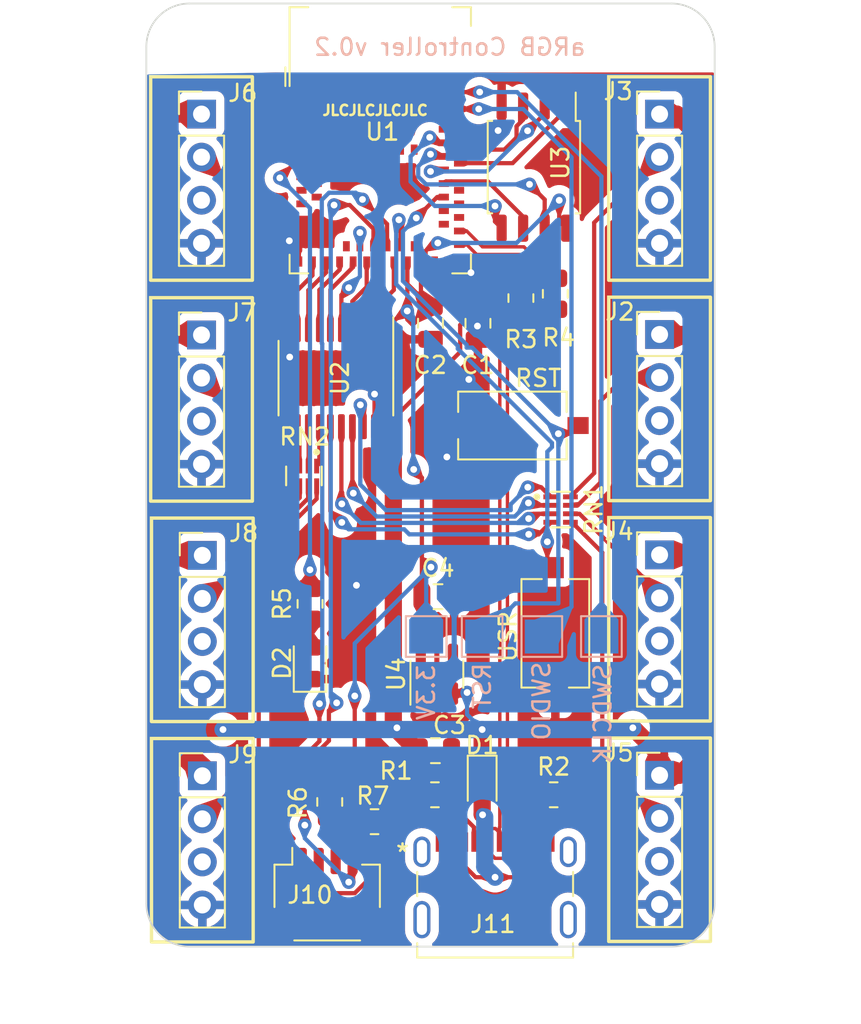
<source format=kicad_pcb>
(kicad_pcb (version 20221018) (generator pcbnew)
  (layers (0 "F.Cu" signal) (31 "B.Cu" signal) (34 "B.Paste" user) (35 "F.Paste" user) (36 "B.SilkS" user "B.Silkscreen") (37 "F.SilkS" user "F.Silkscreen") (38 "B.Mask" user) (39 "F.Mask" user) (44 "Edge.Cuts" user))
  (net 0 "")
  (net 1 "GND")
  (net 12 "SDA")
  (net 13 "SCL")
  (net 14 "QSPI_SCK")
  (net 15 "USER_BTN")
  (net 17 "5V")
  (net 18 "D-")
  (net 19 "D+")
  (net 20 "RESET")
  (net 23 "SWDIO")
  (net 25 "QSPI_DATA1")
  (net 26 "QSPI_CS")
  (net 27 "QSPI_DATA3")
  (net 28 "QSPI_DATA2")
  (net 29 "QSPI_DATA0")
  (net 32 "SWDCLK")
  (net 40 "LED")
  (net 41 "aRGB0")
  (net 42 "aRGB1")
  (net 43 "aRGB2")
  (net 44 "aRGB3")
  (net 45 "aRGB4")
  (net 46 "aRGB5")
  (net 47 "aRGB6")
  (net 48 "aRGB7")
  (net 49 "Net-(RN2-R4.1)")
  (net 50 "Net-(RN2-R3.1)")
  (net 51 "Net-(RN2-R2.1)")
  (net 52 "Net-(RN2-R1.1)")
  (net 53 "Net-(RN1-R4.1)")
  (net 54 "Net-(RN1-R3.1)")
  (net 55 "Net-(RN1-R2.1)")
  (net 56 "Net-(RN1-R1.1)")
  (net 57 "3.3V")
  (net 58 "aRGB_5V_1")
  (net 61 "aRGB_5V_0")
  (net 63 "aRGB_5V_2")
  (net 65 "aRGB_5V_3")
  (net 67 "aRGB_5V_4")
  (net 69 "aRGB_5V_5")
  (net 71 "aRGB_5V_6")
  (net 73 "aRGB_5V_7")
  (net 75 "Net-(D2-A)")
  (net 76 "Net-(J11-CC1)")
  (net 78 "Net-(J11-CC2)")
  (net 82 "DCCH")
  (net 87 "DP")
  (net 88 "DN")
  (net 89 "VBUS")
  (footprint "Connector_PinHeader_2.54mm:PinHeader_1x04_P2.54mm_Vertical" (layer "F.Cu") (at 122.634 57.322)
    (fp_text reference "J6")
    (fp_text value "aRGB Socket 4")
  )
  (footprint "Connector_PinHeader_2.54mm:PinHeader_1x04_P2.54mm_Vertical" (layer "F.Cu") (at 149.66 57.322)
    (fp_text reference "J3")
    (fp_text value "aRGB Socket 0")
  )
  (footprint "21717900001 USB C:2171790001" (layer "F.Cu") (at 139.958 103.5662)
    (fp_text reference "J11")
    (fp_text value "2171790001" hide)
  )
  (footprint "Connector_PinHeader_2.54mm:PinHeader_1x04_P2.54mm_Vertical" (layer "F.Cu") (at 149.66 70.322)
    (fp_text reference "J2")
    (fp_text value "aRGB Socket 1")
  )
  (footprint "Capacitor_SMD:C_0805_2012Metric" (layer "F.Cu") (at 136.586 85.788001)
    (fp_text reference "C4")
    (fp_text value "1uF")
  )
  (footprint "Resistor_SMD:R_0805_2012Metric" (layer "F.Cu") (at 129.038 86.2095 90)
    (fp_text reference "R5")
    (fp_text value "1K")
  )
  (footprint "Capacitor_SMD:C_0805_2012Metric" (layer "F.Cu") (at 136.4336 94.869)
    (fp_text reference "C3")
    (fp_text value "1uF")
  )
  (footprint "LED_SMD:LED_0805_2012Metric" (layer "F.Cu") (at 129.038 89.712 90)
    (fp_text reference "D2")
    (fp_text value "LED")
  )
  (footprint "Resistor_SMD:R_0805_2012Metric" (layer "F.Cu") (at 132.842 99.06 180)
    (fp_text reference "R7")
    (fp_text value "10K")
  )
  (footprint "Package_SO:TSSOP-20_4.4x6.5mm_P0.65mm" (layer "F.Cu") (at 130.562 72.898 -90)
    (fp_text reference "U2")
    (fp_text value "74AHCT245")
  )
  (footprint "Package_SO:SOIC-8_5.23x5.23mm_P1.27mm" (layer "F.Cu") (at 142.246 60.452 -90)
    (fp_text reference "U3")
    (fp_text value "GD25Q16C")
  )
  (footprint "Resistor_SMD:R_0805_2012Metric" (layer "F.Cu") (at 130.1985 97.8935 90)
    (fp_text reference "R6")
    (fp_text value "10K")
  )
  (footprint "Resistor_SMD:R_0805_2012Metric" (layer "F.Cu") (at 143.51 67.9215 -90)
    (fp_text reference "R4")
    (fp_text value "22")
  )
  (footprint "Resistor_SMD:R_0805_2012Metric" (layer "F.Cu") (at 141.478 68.1755 -90)
    (fp_text reference "R3")
    (fp_text value "22")
  )
  (footprint "Connector_PinHeader_2.54mm:PinHeader_1x04_P2.54mm_Vertical" (layer "F.Cu") (at 122.682 96.352)
    (fp_text reference "J9")
    (fp_text value "aRGB Socket 7")
  )
  (footprint "Capacitor_SMD:C_0805_2012Metric" (layer "F.Cu") (at 136.144 69.657 90)
    (fp_text reference "C2")
    (fp_text value "10uF")
  )
  (footprint "Connector_PinHeader_2.54mm:PinHeader_1x04_P2.54mm_Vertical" (layer "F.Cu") (at 149.66 96.322)
    (fp_text reference "J5")
    (fp_text value "aRGB Socket 3")
  )
  (footprint "Connector_PinHeader_2.54mm:PinHeader_1x04_P2.54mm_Vertical" (layer "F.Cu") (at 149.66 83.322)
    (fp_text reference "J4")
    (fp_text value "aRGB Socket 2")
  )
  (footprint "EXB-N8V300JX:RESCAV50P200X100X55-8N" (layer "F.Cu") (at 143.819 80.649)
    (fp_text reference "RN1")
    (fp_text value "100")
  )
  (footprint "RF_Module:Raytac_MDBT50Q" (layer "F.Cu") (at 133.18 58.868)
    (fp_text reference "U1")
    (fp_text value "MDBT50Q-1MV2")
  )
  (footprint "Diode_SMD:D_SOD-323" (layer "F.Cu") (at 139.192 96.774 -90)
    (fp_text reference "D1")
    (fp_text value "D_Schottky")
  )
  (footprint "Connector_JST:JST_SH_SM04B-SRSS-TB_1x04-1MP_P1.00mm_Horizontal" (layer "F.Cu") (at 130.048 103.378)
    (fp_text reference "J10")
    (fp_text value "Conn_01x04")
  )
  (footprint "Connector_PinHeader_2.54mm:PinHeader_1x04_P2.54mm_Vertical" (layer "F.Cu") (at 122.682 83.352)
    (fp_text reference "J8")
    (fp_text value "aRGB Socket 6")
  )
  (footprint "Resistor_SMD:R_0805_2012Metric" (layer "F.Cu") (at 143.4125 97.472001)
    (fp_text reference "R2")
    (fp_text value "5.1K")
  )
  (footprint "Button_Switch_SMD:SW_Tactile_SPST_NO_Straight_CK_PTS636Sx25SMTRLFS" (layer "F.Cu") (at 140.976 75.692)
    (fp_text reference "RST")
    (fp_text value "Reset switch")
  )
  (footprint "Package_TO_SOT_SMD:SOT-23-5" (layer "F.Cu") (at 136.52 90.360001 90)
    (fp_text reference "U4")
    (fp_text value "AP2112K-3.3")
  )
  (footprint "EXB-N8V300JX:RESCAV50P200X100X55-8N" (layer "F.Cu") (at 128.6764 78.6638 -90)
    (fp_text reference "RN2")
    (fp_text value "100")
  )
  (footprint "Button_Switch_SMD:SW_Tactile_SPST_NO_Straight_CK_PTS636Sx25SMTRLFS" (layer "F.Cu") (at 143.51 87.949 90)
    (fp_text reference "USR")
    (fp_text value "User Button")
  )
  (footprint "Resistor_SMD:R_0805_2012Metric" (layer "F.Cu") (at 136.404 97.472001)
    (fp_text reference "R1")
    (fp_text value "5.1K")
  )
  (footprint "Capacitor_SMD:C_0805_2012Metric" (layer "F.Cu") (at 138.944 69.662 90)
    (fp_text reference "C1")
    (fp_text value "10uF")
  )
  (footprint "Connector_PinHeader_2.54mm:PinHeader_1x04_P2.54mm_Vertical" (layer "F.Cu") (at 122.634 70.352)
    (fp_text reference "J7")
    (fp_text value "aRGB Socket 5")
  )
  (footprint "TestPoint:TestPoint_Pad_2.0x2.0mm" (layer "B.Cu") (at 139.192 88.138 90)
    (fp_text reference "RST")
    (fp_text value "TP RESET")
  )
  (footprint "TestPoint:TestPoint_Pad_2.0x2.0mm" (layer "B.Cu") (at 142.7099 88.138 90)
    (fp_text reference "SWDIO")
    (fp_text value "TP SWDIO")
  )
  (footprint "TestPoint:TestPoint_Pad_2.0x2.0mm" (layer "B.Cu") (at 135.89 88.138 180)
    (fp_text reference "3.3V")
    (fp_text value "TP 3.3V")
  )
  (footprint "TestPoint:TestPoint_Pad_2.0x2.0mm" (layer "B.Cu") (at 146.2278 88.138 90)
    (fp_text reference "SWDCLK")
    (fp_text value "TP SWDCLK")
  )
  (gr_rect (start 146.66 55.122) (end 152.66 67.122) (stroke (width 0.2)) (fill none) (layer "F.SilkS"))
  (gr_rect (start 146.66 94.122) (end 152.66 106.122) (stroke (width 0.2)) (fill none) (layer "F.SilkS"))
  (gr_rect (start 119.682 94.152) (end 125.682 106.152) (stroke (width 0.2)) (fill none) (layer "F.SilkS"))
  (gr_rect (start 119.634 68.152) (end 125.634 80.152) (stroke (width 0.2)) (fill none) (layer "F.SilkS"))
  (gr_rect (start 146.66 81.122) (end 152.66 93.122) (stroke (width 0.2)) (fill none) (layer "F.SilkS"))
  (gr_rect (start 119.634 55.122) (end 125.634 67.122) (stroke (width 0.2)) (fill none) (layer "F.SilkS"))
  (gr_rect (start 119.682 81.152) (end 125.682 93.152) (stroke (width 0.2)) (fill none) (layer "F.SilkS"))
  (gr_rect (start 146.66 68.122) (end 152.66 80.122) (stroke (width 0.2)) (fill none) (layer "F.SilkS"))
  (gr_arc (start 119.38 53.34) (mid 120.123949 51.543949) (end 121.92 50.8) (stroke (width 0.1)) (layer "Edge.Cuts"))
  (gr_line (start 152.908 53.34) (end 152.908 103.886) (stroke (width 0.1)) (layer "Edge.Cuts"))
  (gr_line (start 150.368 106.426) (end 121.92 106.426) (stroke (width 0.1)) (layer "Edge.Cuts"))
  (gr_line (start 119.38 103.886) (end 119.38 53.34) (stroke (width 0.1)) (layer "Edge.Cuts"))
  (gr_line (start 121.92 50.8) (end 150.368 50.8) (stroke (width 0.1)) (layer "Edge.Cuts"))
  (gr_arc (start 150.368 50.8) (mid 152.164051 51.543949) (end 152.908 53.34) (stroke (width 0.1)) (layer "Edge.Cuts"))
  (gr_arc (start 152.908 103.886) (mid 152.164051 105.682051) (end 150.368 106.426) (stroke (width 0.1)) (layer "Edge.Cuts"))
  (gr_arc locked (start 121.92 106.426) (mid 120.123949 105.682051) (end 119.38 103.886) (stroke (width 0.1)) (layer "Edge.Cuts"))
  (gr_text "aRGB Controller v0.2" (at 137.287 53.9496) (layer "B.SilkS") (effects (font (size 1 1) (thickness 0.15) bold) (justify bottom mirror)))
  (gr_text "JLCJLCJLCJLC" (at 129.6924 57.4548) (layer "F.SilkS") (effects (font (size 0.6 0.6) (thickness 0.15) bold) (justify left bottom)))
  (segment (start 136.757999 101.655199) (end 136.779 101.6762) (width 0.25) (layer "F.Cu") (net 1))
  (segment (start 137.3836 95.579901) (end 135.4915 97.472001) (width 0.25) (layer "F.Cu") (net 1))
  (segment (start 128.38 66.018) (end 128.38 65.3626) (width 0.25) (layer "F.Cu") (net 1))
  (segment (start 140.341 58.0838) (end 140.1318 58.293) (width 0.25) (layer "F.Cu") (net 1))
  (segment (start 132.837 75.7605) (end 132.837 77.2718) (width 0.25) (layer "F.Cu") (net 1))
  (segment (start 136.757999 100.263001) (end 136.757999 101.655199) (width 0.25) (layer "F.Cu") (net 1))
  (segment (start 137.3836 94.869) (end 137.3836 95.579901) (width 0.25) (layer "F.Cu") (net 1))
  (segment (start 132.8166 77.2922) (end 132.837 77.2718) (width 0.25) (layer "F.Cu") (net 1))
  (segment (start 138.944 70.612) (end 138.944 72.4348) (width 0.25) (layer "F.Cu") (net 1))
  (segment (start 143.1544 101.5492) (end 143.157999 101.545601) (width 0.25) (layer "F.Cu") (net 1))
  (segment (start 137.83 55.118) (end 136.271 55.118) (width 0.25) (layer "F.Cu") (net 1))
  (segment (start 136.144 55.245) (end 137.4648 55.245) (width 0.25) (layer "F.Cu") (net 1))
  (segment (start 140.341 56.852) (end 140.341 58.0838) (width 0.25) (layer "F.Cu") (net 1))
  (segment (start 127.637 66.761) (end 128.38 66.018) (width 0.25) (layer "F.Cu") (net 1))
  (segment (start 132.842 73.8378) (end 132.842 75.7555) (width 0.25) (layer "F.Cu") (net 1))
  (segment (start 138.944 69.856) (end 138.9126 69.8246) (width 0.25) (layer "F.Cu") (net 1))
  (segment (start 137.98 66.018) (end 137.98 66.1234) (width 0.25) (layer "F.Cu") (net 1))
  (segment (start 137.98 66.1234) (end 138.5316 66.675) (width 0.25) (layer "F.Cu") (net 1))
  (segment (start 132.842 75.7555) (end 132.837 75.7605) (width 0.25) (layer "F.Cu") (net 1))
  (segment (start 137.4648 55.245) (end 137.4902 55.2704) (width 0.25) (layer "F.Cu") (net 1))
  (segment (start 136.271 55.118) (end 136.144 55.245) (width 0.25) (layer "F.Cu") (net 1))
  (segment (start 138.944 70.612) (end 138.944 69.856) (width 0.25) (layer "F.Cu") (net 1))
  (segment (start 128.38 65.3626) (end 127.8128 64.7954) (width 0.25) (layer "F.Cu") (net 1))
  (segment (start 127.637 70.0355) (end 127.637 71.4539) (width 0.25) (layer "F.Cu") (net 1))
  (segment (start 127.637 71.4539) (end 127.8365 71.6534) (width 0.25) (layer "F.Cu") (net 1))
  (segment (start 143.157999 100.263001) (end 143.157999 101.545601) (width 0.25) (layer "F.Cu") (net 1))
  (segment (start 127.637 70.0355) (end 127.637 66.761) (width 0.25) (layer "F.Cu") (net 1))
  (segment (start 138.944 72.4348) (end 138.4046 72.9742) (width 0.25) (layer "F.Cu") (net 1))
  (via (at 140.1318 58.293) (size 0.8) (drill 0.4) (layers "F.Cu" "B.Cu") (net 1))
  (via (at 132.842 73.8378) (size 0.8) (drill 0.4) (layers "F.Cu" "B.Cu") (net 1))
  (via (at 138.9126 69.8246) (size 0.8) (drill 0.4) (layers "F.Cu" "B.Cu") (net 1))
  (via (at 131.7752 85.1154) (size 0.8) (drill 0.4) (layers "F.Cu" "B.Cu") (net 1))
  (via (at 127.8128 64.7954) (size 0.8) (drill 0.4) (layers "F.Cu" "B.Cu") (net 1))
  (via (at 138.5316 66.675) (size 0.8) (drill 0.4) (layers "F.Cu" "B.Cu") (net 1))
  (via (at 137.1092 77.5462) (size 0.8) (drill 0.4) (layers "F.Cu" "B.Cu") (net 1))
  (via (at 127.8365 71.6534) (size 0.8) (drill 0.4) (layers "F.Cu" "B.Cu") (net 1))
  (via (at 138.4046 72.9742) (size 0.8) (drill 0.4) (layers "F.Cu" "B.Cu") (net 1))
  (segment (start 136.4488 71.628) (end 136.8044 71.628) (width 0.25) (layer "B.Cu") (net 1))
  (segment (start 136.8044 71.628) (end 136.8552 71.6788) (width 0.25) (layer "B.Cu") (net 1))
  (segment (start 129.2465 95.1879) (end 130.1496 94.2848) (width 0.25) (layer "F.Cu") (net 12))
  (segment (start 130.548 99.1555) (end 130.1985 98.806) (width 0.25) (layer "F.Cu") (net 12))
  (segment (start 129.2465 97.854) (end 129.2465 95.1879) (width 0.25) (layer "F.Cu") (net 12))
  (segment (start 130.1985 98.806) (end 129.2465 97.854) (width 0.25) (layer "F.Cu") (net 12))
  (segment (start 131.378105 62.6872) (end 130.4544 62.6872) (width 0.25) (layer "F.Cu") (net 12))
  (segment (start 132.78 64.089095) (end 131.378105 62.6872) (width 0.25) (layer "F.Cu") (net 12))
  (segment (start 130.1496 94.2848) (end 130.1496 92.5068) (width 0.25) (layer "F.Cu") (net 12))
  (segment (start 130.1496 92.5068) (end 130.6068 92.0496) (width 0.25) (layer "F.Cu") (net 12))
  (segment (start 132.78 65.118) (end 132.78 64.089095) (width 0.25) (layer "F.Cu") (net 12))
  (segment (start 130.548 101.378) (end 130.548 99.1555) (width 0.25) (layer "F.Cu") (net 12))
  (via (at 130.6068 92.0496) (size 0.8) (drill 0.4) (layers "F.Cu" "B.Cu") (net 12))
  (via (at 130.4544 62.6872) (size 0.8) (drill 0.4) (layers "F.Cu" "B.Cu") (net 12))
  (segment (start 130.258553 62.883047) (end 130.258553 91.701353) (width 0.25) (layer "B.Cu") (net 12))
  (segment (start 130.4544 62.6872) (end 130.258553 62.883047) (width 0.25) (layer "B.Cu") (net 12))
  (segment (start 130.258553 91.701353) (end 130.6068 92.0496) (width 0.25) (layer "B.Cu") (net 12))
  (segment (start 128.7272 95.174041) (end 129.5908 94.310442) (width 0.25) (layer "F.Cu") (net 13))
  (segment (start 133.58 63.8062) (end 132.1308 62.357) (width 0.25) (layer "F.Cu") (net 13))
  (segment (start 131.548 102.3949) (end 131.318 102.6249) (width 0.25) (layer "F.Cu") (net 13))
  (segment (start 128.7272 99.2632) (end 128.7272 95.174041) (width 0.25) (layer "F.Cu") (net 13))
  (segment (start 131.548 101.378) (end 131.548 102.3949) (width 0.25) (layer "F.Cu") (net 13))
  (segment (start 129.5908 92.1004) (end 129.5908 94.310442) (width 0.25) (layer "F.Cu") (net 13))
  (segment (start 131.548 99.4415) (end 131.9295 99.06) (width 0.25) (layer "F.Cu") (net 13))
  (segment (start 131.548 101.378) (end 131.548 99.4415) (width 0.25) (layer "F.Cu") (net 13))
  (segment (start 133.58 65.118) (end 133.58 63.8062) (width 0.25) (layer "F.Cu") (net 13))
  (via (at 132.1308 62.357) (size 0.8) (drill 0.4) (layers "F.Cu" "B.Cu") (net 13))
  (via (at 129.5908 92.1004) (size 0.8) (drill 0.4) (layers "F.Cu" "B.Cu") (net 13))
  (via (at 131.318 102.6249) (size 0.8) (drill 0.4) (layers "F.Cu" "B.Cu") (net 13))
  (via (at 128.7272 99.2632) (size 0.8) (drill 0.4) (layers "F.Cu" "B.Cu") (net 13))
  (segment (start 131.736 61.9622) (end 132.1308 62.357) (width 0.25) (layer "B.Cu") (net 13))
  (segment (start 128.7272 100.0341) (end 128.7272 99.2632) (width 0.25) (layer "B.Cu") (net 13))
  (segment (start 129.5908 92.1004) (end 129.757 91.9342) (width 0.25) (layer "B.Cu") (net 13))
  (segment (start 129.7294 62.386895) (end 130.154095 61.9622) (width 0.25) (layer "B.Cu") (net 13))
  (segment (start 129.757 91.9342) (end 129.757 70.865247) (width 0.25) (layer "B.Cu") (net 13))
  (segment (start 131.318 102.6249) (end 128.7272 100.0341) (width 0.25) (layer "B.Cu") (net 13))
  (segment (start 129.7294 70.837647) (end 129.7294 62.386895) (width 0.25) (layer "B.Cu") (net 13))
  (segment (start 130.154095 61.9622) (end 131.736 61.9622) (width 0.25) (layer "B.Cu") (net 13))
  (segment (start 129.757 70.865247) (end 129.7294 70.837647) (width 0.25) (layer "B.Cu") (net 13))
  (segment (start 141.611 63.379) (end 141.611 64.052) (width 0.25) (layer "F.Cu") (net 14))
  (segment (start 136.93 61.418) (end 137.055 61.293) (width 0.25) (layer "F.Cu") (net 14))
  (segment (start 139.525 61.293) (end 141.611 63.379) (width 0.25) (layer "F.Cu") (net 14))
  (segment (start 137.055 61.293) (end 139.525 61.293) (width 0.25) (layer "F.Cu") (net 14))
  (segment (start 143.0363 83.6003) (end 143.51 84.074) (width 0.25) (layer "F.Cu") (net 15))
  (segment (start 134.38 63.658316) (end 134.277661 63.555977) (width 0.25) (layer "F.Cu") (net 15))
  (segment (start 143.0363 82.55) (end 143.0363 83.6003) (width 0.25) (layer "F.Cu") (net 15))
  (segment (start 134.38 65.118) (end 134.38 63.658316) (width 0.25) (layer "F.Cu") (net 15))
  (via (at 134.277661 63.555977) (size 0.8) (drill 0.4) (layers "F.Cu" "B.Cu") (net 15))
  (via (at 143.0363 82.55) (size 0.8) (drill 0.4) (layers "F.Cu" "B.Cu") (net 15))
  (segment (start 137.7526 71.161468) (end 143.3108 76.719668) (width 0.25) (layer "B.Cu") (net 15))
  (segment (start 143.3108 76.719668) (end 143.3108 76.962) (width 0.25) (layer "B.Cu") (net 15))
  (segment (start 134.1204 67.361532) (end 137.7526 70.993732) (width 0.25) (layer "B.Cu") (net 15))
  (segment (start 134.277661 63.555977) (end 134.1204 63.713238) (width 0.25) (layer "B.Cu") (net 15))
  (segment (start 137.7526 70.993732) (end 137.7526 71.161468) (width 0.25) (layer "B.Cu") (net 15))
  (segment (start 143.0363 77.2365) (end 143.0363 82.55) (width 0.25) (layer "B.Cu") (net 15))
  (segment (start 134.1204 63.713238) (end 134.1204 67.361532) (width 0.25) (layer "B.Cu") (net 15))
  (segment (start 143.3108 76.962) (end 143.0363 77.2365) (width 0.25) (layer "B.Cu") (net 15))
  (segment (start 133.487 75.7605) (end 137.894 71.3535) (width 0.25) (layer "F.Cu") (net 17))
  (segment (start 135.048901 91.497501) (end 133.95 90.3986) (width 0.25) (layer "F.Cu") (net 17))
  (segment (start 149.66 96.322) (end 149.66 95.1008) (width 1.016) (layer "F.Cu") (net 17))
  (segment (start 151.9428 69.6722) (end 151.9428 82.931) (width 1.016) (layer "F.Cu") (net 17))
  (segment (start 120.5484 57.785) (end 120.5484 69.6468) (width 1.016) (layer "F.Cu") (net 17))
  (segment (start 137.18 66.948) (end 137.18 66.018) (width 0.25) (layer "F.Cu") (net 17))
  (segment (start 121.7676 95.4376) (end 122.682 96.352) (width 1.016) (layer "F.Cu") (net 17))
  (segment (start 150.82 96.322) (end 149.66 96.322) (width 1.016) (layer "F.Cu") (net 17))
  (segment (start 137.894 69.762) (end 138.944 68.712) (width 0.25) (layer "F.Cu") (net 17))
  (segment (start 121.2536 70.352) (end 120.5484 69.6468) (width 1.016) (layer "F.Cu") (net 17))
  (segment (start 121.7676 93.6244) (end 120.3452 92.202) (width 1.016) (layer "F.Cu") (net 17))
  (segment (start 135.57 91.497501) (end 135.048901 91.497501) (width 0.25) (layer "F.Cu") (net 17))
  (segment (start 133.95 75.9655) (end 133.95 90.3986) (width 1.016) (layer "F.Cu") (net 17))
  (segment (start 149.66 83.322) (end 151.5518 83.322) (width 1.016) (layer "F.Cu") (net 17))
  (segment (start 137.894 71.3535) (end 137.894 69.762) (width 0.25) (layer "F.Cu") (net 17))
  (segment (start 151.9428 58.5978) (end 151.9428 69.6722) (width 1.016) (layer "F.Cu") (net 17))
  (segment (start 138.944 68.712) (end 137.18 66.948) (width 0.25) (layer "F.Cu") (net 17))
  (segment (start 149.66 57.322) (end 150.667 57.322) (width 1.016) (layer "F.Cu") (net 17))
  (segment (start 135.382 94.869) (end 134.0866 93.5736) (width 1.016) (layer "F.Cu") (net 17))
  (segment (start 122.634 57.322) (end 121.0114 57.322) (width 1.016) (layer "F.Cu") (net 17))
  (segment (start 149.66 70.322) (end 151.293 70.322) (width 1.016) (layer "F.Cu") (net 17))
  (segment (start 138.245499 91.497501) (end 138.303 91.44) (width 0.25) (layer "F.Cu") (net 17))
  (segment (start 122.682 83.352) (end 120.7408 83.352) (width 1.016) (layer "F.Cu") (net 17))
  (segment (start 123.9012 93.6244) (end 121.7676 93.6244) (width 1.016) (layer "F.Cu") (net 17))
  (segment (start 120.5484 69.6468) (end 120.5484 83.1596) (width 1.016) (layer "F.Cu") (net 17))
  (segment (start 149.66 95.1008) (end 148.082 93.5228) (width 1.016) (layer "F.Cu") (net 17))
  (segment (start 122.634 70.352) (end 121.2536 70.352) (width 1.016) (layer "F.Cu") (net 17))
  (segment (start 151.5518 83.322) (end 151.9428 82.931) (width 1.016) (layer "F.Cu") (net 17))
  (segment (start 121.0114 57.322) (end 120.5484 57.785) (width 1.016) (layer "F.Cu") (net 17))
  (segment (start 150.667 57.322) (end 151.9428 58.5978) (width 1.016) (layer "F.Cu") (net 17))
  (segment (start 121.7676 93.6244) (end 121.7676 95.4376) (width 1.016) (layer "F.Cu") (net 17))
  (segment (start 139.192 95.724) (end 139.192 93.7006) (width 1.016) (layer "F.Cu") (net 17))
  (segment (start 133.745 75.7605) (end 133.95 75.9655) (width 1.016) (layer "F.Cu") (net 17))
  (segment (start 133.95 93.31) (end 134.1628 93.5228) (width 1.016) (layer "F.Cu") (net 17))
  (segment (start 120.7408 83.352) (end 120.5484 83.1596) (width 1.016) (layer "F.Cu") (net 17))
  (segment (start 151.9428 82.931) (end 151.9428 95.1992) (width 1.016) (layer "F.Cu") (net 17))
  (segment (start 135.4836 94.869) (end 135.382 94.869) (width 1.016) (layer "F.Cu") (net 17))
  (segment (start 137.47 91.497501) (end 138.245499 91.497501) (width 0.25) (layer "F.Cu") (net 17))
  (segment (start 151.293 70.322) (end 151.9428 69.6722) (width 1.016) (layer "F.Cu") (net 17))
  (segment (start 120.3452 83.7476) (end 120.7408 83.352) (width 1.016) (layer "F.Cu") (net 17))
  (segment (start 151.9428 95.1992) (end 150.82 96.322) (width 1.016) (layer "F.Cu") (net 17))
  (segment (start 120.3452 92.202) (end 120.3452 83.7476) (width 1.016) (layer "F.Cu") (net 17))
  (segment (start 133.95 90.3986) (end 133.95 93.31) (width 1.016) (layer "F.Cu") (net 17))
  (via (at 148.082 93.5228) (size 0.8) (drill 0.4) (layers "F.Cu" "B.Cu") (net 17))
  (via (at 138.303 91.44) (size 0.8) (drill 0.4) (layers "F.Cu" "B.Cu") (net 17))
  (via (at 139.192 93.6244) (size 0.8) (drill 0.4) (layers "F.Cu" "B.Cu") (net 17))
  (via (at 123.9012 93.6244) (size 0.8) (drill 0.4) (layers "F.Cu" "B.Cu") (net 17))
  (via (at 134.1628 93.5228) (size 0.8) (drill 0.4) (layers "F.Cu" "B.Cu") (net 17))
  (segment (start 138.303 91.44) (end 138.303 92.7354) (width 0.25) (layer "B.Cu") (net 17))
  (segment (start 139.192 93.6244) (end 123.9012 93.6244) (width 1.016) (layer "B.Cu") (net 17))
  (segment (start 148.082 93.5228) (end 147.9804 93.6244) (width 1.016) (layer "B.Cu") (net 17))
  (segment (start 138.303 92.7354) (end 139.192 93.6244) (width 0.25) (layer "B.Cu") (net 17))
  (segment (start 147.9804 93.6244) (end 139.192 93.6244) (width 1.016) (layer "B.Cu") (net 17))
  (segment (start 141.466584 65.601981) (end 138.863982 65.601981) (width 0.2) (layer "F.Cu") (net 18))
  (segment (start 141.478 67.263) (end 141.478 65.613397) (width 0.2) (layer "F.Cu") (net 18))
  (segment (start 138.863982 65.601981) (end 138.280001 65.018) (width 0.2) (layer "F.Cu") (net 18))
  (segment (start 138.280001 65.018) (end 137.83 65.018) (width 0.2) (layer "F.Cu") (net 18))
  (segment (start 141.478 65.613397) (end 141.466584 65.601981) (width 0.2) (layer "F.Cu") (net 18))
  (segment (start 139.214001 65.152) (end 138.280001 64.218) (width 0.2) (layer "F.Cu") (net 19))
  (segment (start 141.653 65.152) (end 139.214001 65.152) (width 0.2) (layer "F.Cu") (net 19))
  (segment (start 138.280001 64.218) (end 137.83 64.218) (width 0.2) (layer "F.Cu") (net 19))
  (segment (start 143.51 67.009) (end 141.653 65.152) (width 0.2) (layer "F.Cu") (net 19))
  (segment (start 136.93 62.218) (end 136.537 62.218) (width 0.25) (layer "F.Cu") (net 20))
  (segment (start 143.6878 76.1746) (end 144.3684 76.1746) (width 0.25) (layer "F.Cu") (net 20))
  (segment (start 136.537 62.218) (end 135.3058 63.4492) (width 0.25) (layer "F.Cu") (net 20))
  (segment (start 144.3684 76.1746) (end 144.851 75.692) (width 0.25) (layer "F.Cu") (net 20))
  (via (at 143.6878 76.1746) (size 0.8) (drill 0.4) (layers "F.Cu" "B.Cu") (net 20))
  (via (at 135.3058 63.4492) (size 0.8) (drill 0.4) (layers "F.Cu" "B.Cu") (net 20))
  (segment (start 138.2776 70.932895) (end 134.5184 67.173695) (width 0.25) (layer "B.Cu") (net 20))
  (segment (start 134.5184 67.173695) (end 134.5184 64.2366) (width 0.25) (layer "B.Cu") (net 20))
  (segment (start 138.6078 71.0946) (end 138.2776 71.0946) (width 0.25) (layer "B.Cu") (net 20))
  (segment (start 141.1478 86.1822) (end 143.6878 86.1822) (width 0.25) (layer "B.Cu") (net 20))
  (segment (start 143.6878 86.1822) (end 143.6878 76.1746) (width 0.25) (layer "B.Cu") (net 20))
  (segment (start 143.6878 76.1746) (end 138.6078 71.0946) (width 0.25) (layer "B.Cu") (net 20))
  (segment (start 139.192 88.138) (end 141.1478 86.1822) (width 0.25) (layer "B.Cu") (net 20))
  (segment (start 134.5184 64.2366) (end 135.3058 63.4492) (width 0.25) (layer "B.Cu") (net 20))
  (segment (start 138.2776 71.0946) (end 138.2776 70.932895) (width 0.25) (layer "B.Cu") (net 20))
  (segment (start 138.9888 57.023) (end 137.835 57.023) (width 0.25) (layer "F.Cu") (net 23))
  (segment (start 137.835 57.023) (end 137.83 57.018) (width 0.25) (layer "F.Cu") (net 23))
  (via (at 138.9888 57.023) (size 0.8) (drill 0.4) (layers "F.Cu" "B.Cu") (net 23))
  (segment (start 142.7099 88.138) (end 144.4636 86.3843) (width 0.25) (layer "B.Cu") (net 23))
  (segment (start 144.4636 59.872294) (end 141.614306 57.023) (width 0.25) (layer "B.Cu") (net 23))
  (segment (start 144.4636 86.3843) (end 144.4636 59.872294) (width 0.25) (layer "B.Cu") (net 23))
  (segment (start 141.614306 57.023) (end 138.9888 57.023) (width 0.25) (layer "B.Cu") (net 23))
  (segment (start 136.93 60.618) (end 136.232 60.618) (width 0.25) (layer "F.Cu") (net 25))
  (segment (start 136.232 60.618) (end 136.144 60.706) (width 0.25) (layer "F.Cu") (net 25))
  (segment (start 142.881 57.299153) (end 142.881 56.852) (width 0.25) (layer "F.Cu") (net 25))
  (segment (start 141.873077 58.307076) (end 142.881 57.299153) (width 0.25) (layer "F.Cu") (net 25))
  (via (at 141.873077 58.307076) (size 0.8) (drill 0.4) (layers "F.Cu" "B.Cu") (net 25))
  (via (at 136.144 60.706) (size 0.8) (drill 0.4) (layers "F.Cu" "B.Cu") (net 25))
  (segment (start 139.474153 60.706) (end 141.873077 58.307076) (width 0.25) (layer "B.Cu") (net 25))
  (segment (start 136.144 60.706) (end 139.474153 60.706) (width 0.25) (layer "B.Cu") (net 25))
  (segment (start 140.986751 60.218) (end 137.83 60.218) (width 0.25) (layer "F.Cu") (net 26))
  (segment (start 144.151 56.852) (end 144.151 57.053751) (width 0.25) (layer "F.Cu") (net 26))
  (segment (start 144.151 57.053751) (end 140.986751 60.218) (width 0.25) (layer "F.Cu") (net 26))
  (segment (start 141.986 61.468) (end 142.881 62.363) (width 0.25) (layer "F.Cu") (net 27))
  (segment (start 142.881 62.363) (end 142.881 64.052) (width 0.25) (layer "F.Cu") (net 27))
  (segment (start 136.93 59.818) (end 136.272 59.818) (width 0.25) (layer "F.Cu") (net 27))
  (segment (start 136.272 59.818) (end 136.144 59.69) (width 0.25) (layer "F.Cu") (net 27))
  (via (at 136.144 59.69) (size 0.8) (drill 0.4) (layers "F.Cu" "B.Cu") (net 27))
  (via (at 141.986 61.468) (size 0.8) (drill 0.4) (layers "F.Cu" "B.Cu") (net 27))
  (segment (start 136.144 59.69) (end 136.134695 59.69) (width 0.25) (layer "B.Cu") (net 27))
  (segment (start 135.880695 61.468) (end 141.986 61.468) (width 0.25) (layer "B.Cu") (net 27))
  (segment (start 136.134695 59.69) (end 135.419 60.405695) (width 0.25) (layer "B.Cu") (net 27))
  (segment (start 135.419 61.006305) (end 135.880695 61.468) (width 0.25) (layer "B.Cu") (net 27))
  (segment (start 135.419 60.405695) (end 135.419 61.006305) (width 0.25) (layer "B.Cu") (net 27))
  (segment (start 141.221077 58.037008) (end 141.221077 58.645677) (width 0.25) (layer "F.Cu") (net 28))
  (segment (start 141.611 57.647085) (end 141.221077 58.037008) (width 0.25) (layer "F.Cu") (net 28))
  (segment (start 141.221077 58.645677) (end 141.2494 58.674) (width 0.25) (layer "F.Cu") (net 28))
  (segment (start 141.2494 58.674) (end 140.5054 59.418) (width 0.25) (layer "F.Cu") (net 28))
  (segment (start 140.5054 59.418) (end 137.83 59.418) (width 0.25) (layer "F.Cu") (net 28))
  (segment (start 141.611 56.852) (end 141.611 57.647085) (width 0.25) (layer "F.Cu") (net 28))
  (segment (start 139.949701 63.660701) (end 140.341 64.052) (width 0.25) (layer "F.Cu") (net 29))
  (segment (start 136.93 59.018) (end 136.42296 59.018) (width 0.25) (layer "F.Cu") (net 29))
  (segment (start 136.42296 59.018) (end 136.096585 58.691625) (width 0.25) (layer "F.Cu") (net 29))
  (segment (start 139.949701 62.742299) (end 139.949701 63.660701) (width 0.25) (layer "F.Cu") (net 29))
  (via (at 136.096585 58.691625) (size 0.8) (drill 0.4) (layers "F.Cu" "B.Cu") (net 29))
  (via (at 139.949701 62.742299) (size 0.8) (drill 0.4) (layers "F.Cu" "B.Cu") (net 29))
  (segment (start 136.402299 62.742299) (end 139.949701 62.742299) (width 0.25) (layer "B.Cu") (net 29))
  (segment (start 134.969 59.81921) (end 134.969 61.309) (width 0.25) (layer "B.Cu") (net 29))
  (segment (start 136.096585 58.691625) (end 134.969 59.81921) (width 0.25) (layer "B.Cu") (net 29))
  (segment (start 134.969 61.309) (end 136.402299 62.742299) (width 0.25) (layer "B.Cu") (net 29))
  (segment (start 138.022874 56.025126) (end 137.83 56.218) (width 0.25) (layer "F.Cu") (net 32))
  (segment (start 139.045821 56.025126) (end 138.022874 56.025126) (width 0.25) (layer "F.Cu") (net 32))
  (via (at 139.045821 56.025126) (size 0.8) (drill 0.4) (layers "F.Cu" "B.Cu") (net 32))
  (segment (start 146.2278 61.000098) (end 141.252828 56.025126) (width 0.25) (layer "B.Cu") (net 32))
  (segment (start 141.252828 56.025126) (end 139.045821 56.025126) (width 0.25) (layer "B.Cu") (net 32))
  (segment (start 146.2278 88.138) (end 146.2278 61.000098) (width 0.25) (layer "B.Cu") (net 32))
  (segment (start 129.038 84.207) (end 129.032 84.201) (width 0.25) (layer "F.Cu") (net 40))
  (segment (start 127.254 61.087) (end 128.123 60.218) (width 0.25) (layer "F.Cu") (net 40))
  (segment (start 129.038 85.297) (end 129.038 84.207) (width 0.25) (layer "F.Cu") (net 40))
  (segment (start 128.123 60.218) (end 128.53 60.218) (width 0.25) (layer "F.Cu") (net 40))
  (via (at 127.254 61.087) (size 0.8) (drill 0.4) (layers "F.Cu" "B.Cu") (net 40))
  (via (at 129.032 84.201) (size 0.8) (drill 0.4) (layers "F.Cu" "B.Cu") (net 40))
  (segment (start 129.032 62.865) (end 127.254 61.087) (width 0.25) (layer "B.Cu") (net 40))
  (segment (start 129.032 84.201) (end 129.032 62.865) (width 0.25) (layer "B.Cu") (net 40))
  (segment (start 132.837 68.839) (end 132.837 70.0355) (width 0.25) (layer "F.Cu") (net 41))
  (segment (start 133.98 66.018) (end 133.98 67.696) (width 0.25) (layer "F.Cu") (net 41))
  (segment (start 133.98 67.696) (end 132.837 68.839) (width 0.25) (layer "F.Cu") (net 41))
  (segment (start 133.18 67.734) (end 132.187 68.727) (width 0.25) (layer "F.Cu") (net 42))
  (segment (start 133.18 66.018) (end 133.18 67.734) (width 0.25) (layer "F.Cu") (net 42))
  (segment (start 132.187 68.727) (end 132.187 70.0355) (width 0.25) (layer "F.Cu") (net 42))
  (segment (start 132.38 67.518) (end 131.537 68.361) (width 0.25) (layer "F.Cu") (net 43))
  (segment (start 132.38 66.018) (end 132.38 67.518) (width 0.25) (layer "F.Cu") (net 43))
  (segment (start 131.537 68.361) (end 131.537 70.0355) (width 0.25) (layer "F.Cu") (net 43))
  (segment (start 131.98 65.118) (end 131.98 64.3144) (width 0.25) (layer "F.Cu") (net 44))
  (segment (start 130.887 67.995) (end 130.887 70.0355) (width 0.25) (layer "F.Cu") (net 44))
  (segment (start 131.98 64.3144) (end 131.9784 64.3128) (width 0.25) (layer "F.Cu") (net 44))
  (segment (start 131.318 67.564) (end 130.887 67.995) (width 0.25) (layer "F.Cu") (net 44))
  (via (at 131.318 67.564) (size 0.8) (drill 0.4) (layers "F.Cu" "B.Cu") (net 44))
  (via (at 131.9784 64.3128) (size 0.8) (drill 0.4) (layers "F.Cu" "B.Cu") (net 44))
  (segment (start 131.9784 66.9036) (end 131.318 67.564) (width 0.25) (layer "B.Cu") (net 44))
  (segment (start 131.9784 64.3128) (end 131.9784 66.9036) (width 0.25) (layer "B.Cu") (net 44))
  (segment (start 128.287 67.7248) (end 129.18 66.8318) (width 0.25) (layer "F.Cu") (net 45))
  (segment (start 128.287 67.7248) (end 128.287 70.0355) (width 0.25) (layer "F.Cu") (net 45))
  (segment (start 129.18 66.018) (end 129.18 66.8318) (width 0.25) (layer "F.Cu") (net 45))
  (segment (start 129.98 66.668196) (end 128.937 67.711196) (width 0.25) (layer "F.Cu") (net 46))
  (segment (start 129.98 66.018) (end 129.98 66.668196) (width 0.25) (layer "F.Cu") (net 46))
  (segment (start 128.937 67.711196) (end 128.937 70.0355) (width 0.25) (layer "F.Cu") (net 46))
  (segment (start 129.587 67.697592) (end 129.587 70.0355) (width 0.25) (layer "F.Cu") (net 47))
  (segment (start 130.78 66.504592) (end 129.587 67.697592) (width 0.25) (layer "F.Cu") (net 47))
  (segment (start 130.78 66.018) (end 130.78 66.504592) (width 0.25) (layer "F.Cu") (net 47))
  (segment (start 131.58 66.018) (end 131.58 66.340988) (width 0.25) (layer "F.Cu") (net 48))
  (segment (start 130.237 67.683988) (end 130.237 70.0355) (width 0.25) (layer "F.Cu") (net 48))
  (segment (start 131.58 66.340988) (end 130.237 67.683988) (width 0.25) (layer "F.Cu") (net 48))
  (segment (start 127.637 77.7944) (end 127.637 75.7605) (width 0.25) (layer "F.Cu") (net 49))
  (segment (start 127.9264 78.0838) (end 127.637 77.7944) (width 0.25) (layer "F.Cu") (net 49))
  (segment (start 128.4264 78.0838) (end 128.412 78.0694) (width 0.25) (layer "F.Cu") (net 50))
  (segment (start 128.412 75.8855) (end 128.287 75.7605) (width 0.25) (layer "F.Cu") (net 50))
  (segment (start 128.412 78.0694) (end 128.412 75.8855) (width 0.25) (layer "F.Cu") (net 50))
  (segment (start 128.9564 75.7799) (end 128.9564 78.0538) (width 0.25) (layer "F.Cu") (net 51))
  (segment (start 128.937 75.7605) (end 128.9564 75.7799) (width 0.25) (layer "F.Cu") (net 51))
  (segment (start 128.9564 78.0538) (end 128.9264 78.0838) (width 0.25) (layer "F.Cu") (net 51))
  (segment (start 129.587 77.9232) (end 129.587 75.7605) (width 0.25) (layer "F.Cu") (net 52))
  (segment (start 129.4264 78.0838) (end 129.587 77.9232) (width 0.25) (layer "F.Cu") (net 52))
  (segment (start 142.527496 82.110504) (end 143.239 81.399) (width 0.25) (layer "F.Cu") (net 53))
  (segment (start 130.237 80.733947) (end 130.910053 81.407) (width 0.25) (layer "F.Cu") (net 53))
  (segment (start 141.938669 82.110504) (end 142.527496 82.110504) (width 0.25) (layer "F.Cu") (net 53))
  (segment (start 130.237 75.7605) (end 130.237 80.733947) (width 0.25) (layer "F.Cu") (net 53))
  (via (at 130.910053 81.407) (size 0.8) (drill 0.4) (layers "F.Cu" "B.Cu") (net 53))
  (via (at 141.938669 82.110504) (size 0.8) (drill 0.4) (layers "F.Cu" "B.Cu") (net 53))
  (segment (start 134.5946 81.8134) (end 134.891704 82.110504) (width 0.25) (layer "B.Cu") (net 53))
  (segment (start 131.316453 81.8134) (end 134.5946 81.8134) (width 0.25) (layer "B.Cu") (net 53))
  (segment (start 130.910053 81.407) (end 131.316453 81.8134) (width 0.25) (layer "B.Cu") (net 53))
  (segment (start 134.891704 82.110504) (end 141.938669 82.110504) (width 0.25) (layer "B.Cu") (net 53))
  (segment (start 130.887 80.2902) (end 130.9116 80.3148) (width 0.25) (layer "F.Cu") (net 54))
  (segment (start 142.218942 80.899) (end 143.239 80.899) (width 0.25) (layer "F.Cu") (net 54))
  (segment (start 130.887 75.7605) (end 130.887 80.2902) (width 0.25) (layer "F.Cu") (net 54))
  (segment (start 141.933929 81.184013) (end 142.218942 80.899) (width 0.25) (layer "F.Cu") (net 54))
  (via (at 141.933929 81.184013) (size 0.8) (drill 0.4) (layers "F.Cu" "B.Cu") (net 54))
  (via (at 130.9116 80.3148) (size 0.8) (drill 0.4) (layers "F.Cu" "B.Cu") (net 54))
  (segment (start 141.681542 81.4364) (end 141.933929 81.184013) (width 0.25) (layer "B.Cu") (net 54))
  (segment (start 132.0332 81.4364) (end 141.681542 81.4364) (width 0.25) (layer "B.Cu") (net 54))
  (segment (start 130.9116 80.3148) (end 132.0332 81.4364) (width 0.25) (layer "B.Cu") (net 54))
  (segment (start 142.062478 80.399) (end 143.239 80.399) (width 0.25) (layer "F.Cu") (net 55))
  (segment (start 131.537 75.7605) (end 131.537 79.630742) (width 0.25) (layer "F.Cu") (net 55))
  (segment (start 141.921078 80.2576) (end 142.062478 80.399) (width 0.25) (layer "F.Cu") (net 55))
  (segment (start 131.537 79.630742) (end 131.589413 79.683155) (width 0.25) (layer "F.Cu") (net 55))
  (via (at 131.589413 79.683155) (size 0.8) (drill 0.4) (layers "F.Cu" "B.Cu") (net 55))
  (via (at 141.921078 80.2576) (size 0.8) (drill 0.4) (layers "F.Cu" "B.Cu") (net 55))
  (segment (start 141.119278 81.0594) (end 141.921078 80.2576) (width 0.25) (layer "B.Cu") (net 55))
  (segment (start 140.6398 81.0594) (end 141.119278 81.0594) (width 0.25) (layer "B.Cu") (net 55))
  (segment (start 132.965658 81.0594) (end 140.716 81.0594) (width 0.25) (layer "B.Cu") (net 55))
  (segment (start 140.716 81.0594) (end 140.6398 81.0594) (width 0.25) (layer "B.Cu") (net 55))
  (segment (start 131.589413 79.683155) (end 132.965658 81.0594) (width 0.25) (layer "B.Cu") (net 55))
  (segment (start 132.187 75.7605) (end 132.187 74.656) (width 0.25) (layer "F.Cu") (net 56))
  (segment (start 141.883683 79.331852) (end 142.671852 79.331852) (width 0.25) (layer "F.Cu") (net 56))
  (segment (start 132.187 74.656) (end 132.0038 74.4728) (width 0.25) (layer "F.Cu") (net 56))
  (segment (start 142.671852 79.331852) (end 143.239 79.899) (width 0.25) (layer "F.Cu") (net 56))
  (via (at 132.0038 74.4728) (size 0.8) (drill 0.4) (layers "F.Cu" "B.Cu") (net 56))
  (via (at 141.883683 79.331852) (size 0.8) (drill 0.4) (layers "F.Cu" "B.Cu") (net 56))
  (segment (start 140.872159 80.6824) (end 140.872159 80.343376) (width 0.25) (layer "B.Cu") (net 56))
  (segment (start 140.872159 80.343376) (end 141.883683 79.331852) (width 0.25) (layer "B.Cu") (net 56))
  (segment (start 132.0038 79.175474) (end 133.510726 80.6824) (width 0.25) (layer "B.Cu") (net 56))
  (segment (start 133.510726 80.6824) (end 140.872159 80.6824) (width 0.25) (layer "B.Cu") (net 56))
  (segment (start 132.0038 74.4728) (end 132.0038 79.175474) (width 0.25) (layer "B.Cu") (net 56))
  (segment (start 135.094 69.757) (end 134.78 69.443) (width 0.25) (layer "F.Cu") (net 57))
  (segment (start 136.3256 64.9224) (end 136.5758 64.9224) (width 0.25) (layer "F.Cu") (net 57))
  (segment (start 135.636 83.5152) (end 135.636 85.788001) (width 0.25) (layer "F.Cu") (net 57))
  (segment (start 131.6755 96.981) (end 130.1985 96.981) (width 0.25) (layer "F.Cu") (net 57))
  (segment (start 132.6388 101.630714) (end 132.6388 102.3112) (width 0.25) (layer "F.Cu") (net 57))
  (segment (start 133.7545 100.515014) (end 132.6388 101.630714) (width 0.25) (layer "F.Cu") (net 57))
  (segment (start 131.6736 103.2764) (end 130.0988 103.2764) (width 0.25) (layer "F.Cu") (net 57))
  (segment (start 135.58 68.27) (end 135.58 66.018) (width 0.25) (layer "F.Cu") (net 57))
  (segment (start 135.636 89.156501) (end 135.636 85.788001) (width 0.25) (layer "F.Cu") (net 57))
  (segment (start 136.144 68.707) (end 134.78 67.343) (width 0.25) (layer "F.Cu") (net 57))
  (segment (start 135.855 65.743) (end 135.855 65.393) (width 0.25) (layer "F.Cu") (net 57))
  (segment (start 135.58 66.018) (end 135.855 65.743) (width 0.25) (layer "F.Cu") (net 57))
  (segment (start 135.636 78.7654) (end 135.636 83.5152) (width 0.25) (layer "F.Cu") (net 57))
  (segment (start 133.7545 100.515014) (end 133.7545 99.06) (width 0.25) (layer "F.Cu") (net 57))
  (segment (start 130.1985 96.981) (end 130.3998 96.981) (width 0.25) (layer "F.Cu") (net 57))
  (segment (start 134.78 67.343) (end 134.78 66.018) (width 0.25) (layer "F.Cu") (net 57))
  (segment (start 134.78 68.7425) (end 134.78 66.58) (width 0.25) (layer "F.Cu") (net 57))
  (segment (start 132.6388 102.3112) (end 131.6736 103.2764) (width 0.25) (layer "F.Cu") (net 57))
  (segment (start 136.1694 84.0486) (end 135.636 83.5152) (width 0.25) (layer "F.Cu") (net 57))
  (segment (start 130.3998 96.981) (end 131.6736 95.7072) (width 0.25) (layer "F.Cu") (net 57))
  (segment (start 130.0988 103.2764) (end 129.548 102.7256) (width 0.25) (layer "F.Cu") (net 57))
  (segment (start 133.487 70.0355) (end 134.78 68.7425) (width 0.25) (layer "F.Cu") (net 57))
  (segment (start 133.7545 99.06) (end 131.6755 96.981) (width 0.25) (layer "F.Cu") (net 57))
  (segment (start 135.855 65.393) (end 136.3256 64.9224) (width 0.25) (layer "F.Cu") (net 57))
  (segment (start 136.144 68.834) (end 135.58 68.27) (width 0.25) (layer "F.Cu") (net 57))
  (segment (start 134.78 69.443) (end 134.78 68.7425) (width 0.25) (layer "F.Cu") (net 57))
  (segment (start 135.1534 78.2828) (end 135.636 78.7654) (width 0.25) (layer "F.Cu") (net 57))
  (segment (start 143.7386 63.6396) (end 144.151 64.052) (width 0.25) (layer "F.Cu") (net 57))
  (segment (start 129.548 102.7256) (end 129.548 101.378) (width 0.25) (layer "F.Cu") (net 57))
  (segment (start 136.144 68.707) (end 136.144 68.834) (width 0.25) (layer "F.Cu") (net 57))
  (segment (start 135.57 89.222501) (end 135.636 89.156501) (width 0.25) (layer "F.Cu") (net 57))
  (segment (start 131.6736 95.7072) (end 131.6736 91.6432) (width 0.25) (layer "F.Cu") (net 57))
  (segment (start 136.144 68.707) (end 135.094 69.757) (width 0.25) (layer "F.Cu") (net 57))
  (segment (start 143.7386 62.4078) (end 143.7386 63.6396) (width 0.25) (layer "F.Cu") (net 57))
  (segment (start 134.78 66.58) (end 134.78 66.018) (width 0.25) (layer "F.Cu") (net 57))
  (via (at 143.7386 62.4078) (size 0.8) (drill 0.4) (layers "F.Cu" "B.Cu") (net 57))
  (via (at 134.7724 68.9356) (size 0.8) (drill 0.4) (layers "F.Cu" "B.Cu") (net 57))
  (via (at 131.6736 91.6432) (size 0.8) (drill 0.4) (layers "F.Cu" "B.Cu") (net 57))
  (via (at 136.1694 84.0486) (size 0.8) (drill 0.4) (layers "F.Cu" "B.Cu") (net 57))
  (via (at 135.1534 78.2828) (size 0.8) (drill 0.4) (layers "F.Cu" "B.Cu") (net 57))
  (via (at 136.5758 64.9224) (size 0.8) (drill 0.4) (layers "F.Cu" "B.Cu") (net 57))
  (segment (start 136.1694 84.0486) (end 135.89 84.328) (width 0.25) (layer "B.Cu") (net 57))
  (segment (start 135.128 78.2574) (end 135.128 69.2912) (width 0.25) (layer "B.Cu") (net 57))
  (segment (start 135.1534 78.2828) (end 135.128 78.2574) (width 0.25) (layer "B.Cu") (net 57))
  (segment (start 136.5758 64.9224) (end 141.224 64.9224) (width 0.25) (layer "B.Cu") (net 57))
  (segment (start 135.89 84.328) (end 135.89 88.138) (width 0.25) (layer "B.Cu") (net 57))
  (segment (start 141.224 64.9224) (end 143.7386 62.4078) (width 0.25) (layer "B.Cu") (net 57))
  (segment (start 131.6736 88.5444) (end 131.6736 91.6432) (width 0.25) (layer "B.Cu") (net 57))
  (segment (start 135.128 69.2912) (end 134.7724 68.9356) (width 0.25) (layer "B.Cu") (net 57))
  (segment (start 131.6736 88.5444) (end 136.1694 84.0486) (width 0.25) (layer "B.Cu") (net 57))
  (segment (start 146.178 79.049587) (end 146.178 74.2432) (width 0.25) (layer "F.Cu") (net 58))
  (segment (start 147.5592 72.862) (end 149.66 72.862) (width 0.25) (layer "F.Cu") (net 58))
  (segment (start 146.178 74.2432) (end 147.5592 72.862) (width 0.25) (layer "F.Cu") (net 58))
  (segment (start 144.828587 80.399) (end 146.178 79.049587) (width 0.25) (layer "F.Cu") (net 58))
  (segment (start 144.399 80.399) (end 144.828587 80.399) (width 0.25) (layer "F.Cu") (net 58))
  (segment (start 145.801 63.721) (end 149.66 59.862) (width 0.25) (layer "F.Cu") (net 61))
  (segment (start 144.399 79.899) (end 145.801 78.497) (width 0.25) (layer "F.Cu") (net 61))
  (segment (start 145.801 78.497) (end 145.801 63.721) (width 0.25) (layer "F.Cu") (net 61))
  (segment (start 149.66 85.627176) (end 149.66 85.862) (width 0.25) (layer "F.Cu") (net 63))
  (segment (start 144.931824 80.899) (end 149.66 85.627176) (width 0.25) (layer "F.Cu") (net 63))
  (segment (start 144.399 80.899) (end 144.931824 80.899) (width 0.25) (layer "F.Cu") (net 63))
  (segment (start 146.2786 83.185) (end 146.2786 95.4806) (width 0.25) (layer "F.Cu") (net 65))
  (segment (start 144.4926 81.399) (end 146.2786 83.185) (width 0.25) (layer "F.Cu") (net 65))
  (segment (start 144.399 81.399) (end 144.4926 81.399) (width 0.25) (layer "F.Cu") (net 65))
  (segment (start 146.2786 95.4806) (end 149.66 98.862) (width 0.25) (layer "F.Cu") (net 65))
  (segment (start 127.112 64.34) (end 122.634 59.862) (width 0.25) (layer "F.Cu") (net 67))
  (segment (start 127.9264 79.2438) (end 127.112 78.4294) (width 0.25) (layer "F.Cu") (net 67))
  (segment (start 127.112 78.4294) (end 127.112 64.34) (width 0.25) (layer "F.Cu") (net 67))
  (segment (start 128.4264 79.9506) (end 127.859 80.518) (width 0.25) (layer "F.Cu") (net 69))
  (segment (start 128.4264 79.2438) (end 128.4264 79.9506) (width 0.25) (layer "F.Cu") (net 69))
  (segment (start 126.7714 80.518) (end 126.662 80.4086) (width 0.25) (layer "F.Cu") (net 69))
  (segment (start 127.859 80.518) (end 126.7714 80.518) (width 0.25) (layer "F.Cu") (net 69))
  (segment (start 126.662 76.92) (end 122.634 72.892) (width 0.25) (layer "F.Cu") (net 69))
  (segment (start 126.662 80.4086) (end 126.662 76.92) (width 0.25) (layer "F.Cu") (net 69))
  (segment (start 128.9264 79.983758) (end 123.018158 85.892) (width 0.25) (layer "F.Cu") (net 71))
  (segment (start 123.018158 85.892) (end 122.682 85.892) (width 0.25) (layer "F.Cu") (net 71))
  (segment (start 128.9264 79.2438) (end 128.9264 79.983758) (width 0.25) (layer "F.Cu") (net 71))
  (segment (start 126.0094 95.5646) (end 126.0094 83.433916) (width 0.25) (layer "F.Cu") (net 73))
  (segment (start 126.0094 83.433916) (end 129.4264 80.016916) (width 0.25) (layer "F.Cu") (net 73))
  (segment (start 122.682 98.892) (end 126.0094 95.5646) (width 0.25) (layer "F.Cu") (net 73))
  (segment (start 129.4264 80.016916) (end 129.4264 79.2438) (width 0.25) (layer "F.Cu") (net 73))
  (segment (start 129.038 88.7745) (end 129.038 87.122) (width 0.25) (layer "F.Cu") (net 75))
  (segment (start 137.3165 97.997542) (end 137.3165 97.472001) (width 0.25) (layer "F.Cu") (net 76))
  (segment (start 138.708 100.263001) (end 138.708 99.389042) (width 0.25) (layer "F.Cu") (net 76))
  (segment (start 138.708 99.389042) (end 137.3165 97.997542) (width 0.25) (layer "F.Cu") (net 76))
  (segment (start 142.5 98.546) (end 141.70806 99.33794) (width 0.25) (layer "F.Cu") (net 78))
  (segment (start 141.70806 99.33794) (end 141.70806 100.263001) (width 0.25) (layer "F.Cu") (net 78))
  (segment (start 142.5 97.472001) (end 142.5 98.546) (width 0.25) (layer "F.Cu") (net 78))
  (segment (start 140.708059 99.40575) (end 140.683029 99.38072) (width 0.2) (layer "F.Cu") (net 87))
  (segment (start 139.6492 100.9142) (end 139.954 101.219) (width 0.2) (layer "F.Cu") (net 87))
  (segment (start 140.683029 71.660971) (end 143.51 68.834) (width 0.2) (layer "F.Cu") (net 87))
  (segment (start 139.708 100.263001) (end 139.6492 100.321801) (width 0.2) (layer "F.Cu") (net 87))
  (segment (start 139.954 101.219) (end 140.429901 101.219) (width 0.2) (layer "F.Cu") (net 87))
  (segment (start 140.708059 100.940842) (end 140.708059 100.263001) (width 0.2) (layer "F.Cu") (net 87))
  (segment (start 140.683029 99.38072) (end 140.683029 71.660971) (width 0.2) (layer "F.Cu") (net 87))
  (segment (start 139.6492 100.321801) (end 139.6492 100.9142) (width 0.2) (layer "F.Cu") (net 87))
  (segment (start 140.708059 100.263001) (end 140.708059 99.40575) (width 0.2) (layer "F.Cu") (net 87))
  (segment (start 140.429901 101.219) (end 140.708059 100.940842) (width 0.2) (layer "F.Cu") (net 87))
  (segment (start 140.208 99.695) (end 140.208 100.263001) (width 0.2) (layer "F.Cu") (net 88))
  (segment (start 140.208 100.263001) (end 140.208 99.40575) (width 0.2) (layer "F.Cu") (net 88))
  (segment (start 139.20806 100.263001) (end 139.20806 99.491501) (width 0.2) (layer "F.Cu") (net 88))
  (segment (start 140.23303 71.474573) (end 141.478 70.229603) (width 0.2) (layer "F.Cu") (net 88))
  (segment (start 141.478 70.229603) (end 141.478 69.088) (width 0.2) (layer "F.Cu") (net 88))
  (segment (start 139.977501 99.464501) (end 140.208 99.695) (width 0.2) (layer "F.Cu") (net 88))
  (segment (start 139.20806 99.491501) (end 139.23506 99.464501) (width 0.2) (layer "F.Cu") (net 88))
  (segment (start 139.23506 99.464501) (end 139.977501 99.464501) (width 0.2) (layer "F.Cu") (net 88))
  (segment (start 140.208 99.40575) (end 140.23303 99.38072) (width 0.2) (layer "F.Cu") (net 88))
  (segment (start 140.23303 99.38072) (end 140.23303 71.474573) (width 0.2) (layer "F.Cu") (net 88))
  (segment (start 137.558 101.084501) (end 138.810099 102.3366) (width 0.25) (layer "F.Cu") (net 89))
  (segment (start 137.558 100.263001) (end 137.558 101.084501) (width 0.25) (layer "F.Cu") (net 89))
  (segment (start 139.192 98.6282) (end 139.2174 98.6536) (width 1.016) (layer "F.Cu") (net 89))
  (segment (start 139.954 102.3366) (end 141.0716 102.3366) (width 0.25) (layer "F.Cu") (net 89))
  (segment (start 142.358 101.0502) (end 142.358 100.263001) (width 0.25) (layer "F.Cu") (net 89))
  (segment (start 141.0716 102.3366) (end 142.358 101.0502) (width 0.25) (layer "F.Cu") (net 89))
  (segment (start 139.192 97.824) (end 139.192 98.6282) (width 1.016) (layer "F.Cu") (net 89))
  (segment (start 138.810099 102.3366) (end 139.954 102.3366) (width 0.25) (layer "F.Cu") (net 89))
  (via (at 139.954 102.3366) (size 0.8) (drill 0.4) (layers "F.Cu" "B.Cu") (net 89))
  (via (at 139.2174 98.6536) (size 0.8) (drill 0.4) (layers "F.Cu" "B.Cu") (net 89))
  (segment (start 139.3444 98.7806) (end 139.3444 101.727) (width 1.016) (layer "B.Cu") (net 89))
  (segment (start 139.3444 101.727) (end 139.954 102.3366) (width 1.016) (layer "B.Cu") (net 89))
  (zone (net 1) (net_name "GND") (layer "F.Cu") (priority 1) (connect_pads (clearance 0.5)) (min_thickness 0.25) (fill yes (thermal_gap 0.5) (thermal_bridge_width 0.5))
    (polygon (pts (xy 126.98 54.868) (xy 130.88 54.918) (xy 130.88 56.118) (xy 132.48 56.118) (xy 132.48 54.918) (xy 139.38 54.868) (xy 156.464 54.864) (xy 156.464 110.998) (xy 115.824 110.998) (xy 115.57 55.118)))
  )
  (zone (net 1) (net_name "GND") (layer "B.Cu") (connect_pads (clearance 0.5)) (min_thickness 0.25) (fill yes (thermal_gap 0.5) (thermal_bridge_width 0.5))
    (polygon (pts (xy 110.744 55.118) (xy 126.98 54.868) (xy 139.38 54.868) (xy 161.544 55.118) (xy 161.544 110.998) (xy 110.744 110.998)))
  )
)
</source>
